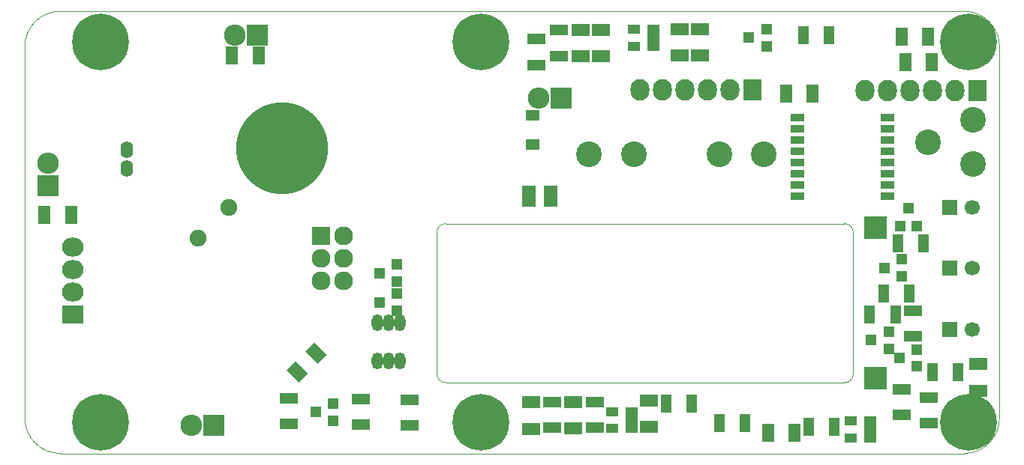
<source format=gts>
G04 #@! TF.FileFunction,Soldermask,Top*
%FSLAX46Y46*%
G04 Gerber Fmt 4.6, Leading zero omitted, Abs format (unit mm)*
G04 Created by KiCad (PCBNEW 4.0.4-stable) date 12/06/16 19:38:57*
%MOMM*%
%LPD*%
G01*
G04 APERTURE LIST*
%ADD10C,0.100000*%
%ADD11R,1.300000X2.100000*%
%ADD12C,2.900000*%
%ADD13C,1.700000*%
%ADD14R,1.700000X1.700000*%
%ADD15R,1.620000X1.310000*%
%ADD16C,6.400000*%
%ADD17C,4.400000*%
%ADD18C,10.400000*%
%ADD19R,2.127200X2.127200*%
%ADD20O,2.127200X2.127200*%
%ADD21R,2.432000X2.432000*%
%ADD22O,2.432000X2.432000*%
%ADD23R,2.432000X2.127200*%
%ADD24O,2.432000X2.127200*%
%ADD25R,2.127200X2.432000*%
%ADD26O,2.127200X2.432000*%
%ADD27C,2.899360*%
%ADD28O,1.299160X1.901140*%
%ADD29R,1.543000X0.908000*%
%ADD30C,1.901140*%
%ADD31O,1.400760X1.901140*%
%ADD32R,2.635200X2.635200*%
%ADD33R,1.400000X2.000000*%
%ADD34R,2.000000X1.400000*%
%ADD35R,1.540460X2.429460*%
%ADD36R,1.200100X1.200100*%
%ADD37R,2.100000X1.300000*%
%ADD38R,1.460000X1.050000*%
G04 APERTURE END LIST*
D10*
X110000000Y46000000D02*
G75*
G03X106000000Y50000000I-4000000J0D01*
G01*
X106000000Y0D02*
G75*
G03X110000000Y4000000I0J4000000D01*
G01*
X108000000Y3500000D02*
G75*
G03X108000000Y3500000I-1500000J0D01*
G01*
X108000000Y46500000D02*
G75*
G03X108000000Y46500000I-1500000J0D01*
G01*
X53000000Y46500000D02*
G75*
G03X53000000Y46500000I-1500000J0D01*
G01*
X53000000Y3500000D02*
G75*
G03X53000000Y3500000I-1500000J0D01*
G01*
X10000000Y46500000D02*
G75*
G03X10000000Y46500000I-1500000J0D01*
G01*
X10000000Y3500000D02*
G75*
G03X10000000Y3500000I-1500000J0D01*
G01*
X0Y4000000D02*
G75*
G03X4000000Y0I4000000J0D01*
G01*
X4000000Y50000000D02*
G75*
G03X0Y46000000I0J-4000000D01*
G01*
X4000000Y50000000D02*
X106000000Y50000000D01*
X106000000Y0D02*
X4000000Y0D01*
X47500000Y26000000D02*
G75*
G03X46500000Y25000000I0J-1000000D01*
G01*
X47500000Y26000000D02*
X92500000Y26000000D01*
X93500000Y25000000D02*
G75*
G03X92500000Y26000000I-1000000J0D01*
G01*
X93500000Y9000000D02*
X93500000Y25000000D01*
X92500000Y8000000D02*
G75*
G03X93500000Y9000000I0J1000000D01*
G01*
X92500000Y8000000D02*
X47500000Y8000000D01*
X46500000Y9000000D02*
G75*
G03X47500000Y8000000I1000000J0D01*
G01*
X46500000Y9000000D02*
X46500000Y25000000D01*
X0Y4000000D02*
X0Y46000000D01*
X110000000Y46000000D02*
X110000000Y4000000D01*
X33000000Y34500000D02*
G75*
G03X33000000Y34500000I-4000000J0D01*
G01*
D11*
X81250000Y3400000D03*
X78350000Y3400000D03*
D12*
X78400000Y33800000D03*
X83400000Y33800000D03*
X63700000Y33800000D03*
X68700000Y33800000D03*
D13*
X106900000Y21000000D03*
D14*
X104400000Y21000000D03*
D13*
X106900000Y14040000D03*
D14*
X104400000Y14040000D03*
D13*
X106900000Y27800000D03*
D14*
X104400000Y27800000D03*
D15*
X57300000Y34965000D03*
X57300000Y38235000D03*
D16*
X8500000Y3500000D03*
D17*
X8500000Y3500000D03*
D16*
X51500000Y3500000D03*
D17*
X51500000Y3500000D03*
D16*
X106500000Y3500000D03*
D17*
X106500000Y3500000D03*
D16*
X106500000Y46500000D03*
D17*
X106500000Y46500000D03*
D16*
X51500000Y46500000D03*
D17*
X51500000Y46500000D03*
D16*
X8500000Y46500000D03*
D17*
X8500000Y46500000D03*
D18*
X29000000Y34500000D03*
D19*
X33400000Y24640000D03*
D20*
X35940000Y24640000D03*
X33400000Y22100000D03*
X35940000Y22100000D03*
X33400000Y19560000D03*
X35940000Y19560000D03*
D21*
X26200000Y47300000D03*
D22*
X23660000Y47300000D03*
D21*
X2600000Y30260000D03*
D22*
X2600000Y32800000D03*
D21*
X21340000Y3200000D03*
D22*
X18800000Y3200000D03*
D23*
X5400000Y15720000D03*
D24*
X5400000Y18260000D03*
X5400000Y20800000D03*
X5400000Y23340000D03*
D21*
X60540000Y40200000D03*
D22*
X58000000Y40200000D03*
D25*
X107500000Y41000000D03*
D26*
X104960000Y41000000D03*
X102420000Y41000000D03*
X99880000Y41000000D03*
X97340000Y41000000D03*
X94800000Y41000000D03*
D25*
X82100000Y41100000D03*
D26*
X79560000Y41100000D03*
X77020000Y41100000D03*
X74480000Y41100000D03*
X71940000Y41100000D03*
X69400000Y41100000D03*
D27*
X101960640Y35199360D03*
X107000000Y37698720D03*
X107000000Y32700000D03*
D28*
X41030000Y10500000D03*
X39760000Y10500000D03*
X42300000Y10500000D03*
X41030000Y14800000D03*
X39760000Y14800000D03*
X42300000Y14800000D03*
D29*
X97380000Y29055000D03*
X97380000Y30325000D03*
X97380000Y31595000D03*
X97380000Y32865000D03*
X97380000Y34135000D03*
X97380000Y35405000D03*
X97380000Y36675000D03*
X97380000Y37945000D03*
X87220000Y37945000D03*
X87220000Y36675000D03*
X87220000Y35405000D03*
X87220000Y34135000D03*
X87220000Y32865000D03*
X87220000Y31595000D03*
X87220000Y30325000D03*
X87220000Y29055000D03*
D30*
X19573995Y24373995D03*
X23026005Y27826005D03*
D31*
X11500000Y32250980D03*
X11500000Y34349020D03*
D32*
X96000000Y25500000D03*
X96000000Y8500000D03*
D33*
X26400000Y45000000D03*
X23400000Y45000000D03*
X5200000Y27000000D03*
X2200000Y27000000D03*
D34*
X73900000Y45000000D03*
X73900000Y48000000D03*
X76200000Y45000000D03*
X76200000Y48000000D03*
X62700000Y44900000D03*
X62700000Y47900000D03*
X65000000Y44900000D03*
X65000000Y47900000D03*
X61900000Y2820000D03*
X61900000Y5820000D03*
X57100000Y2800000D03*
X57100000Y5800000D03*
X70400000Y3000000D03*
X70400000Y6000000D03*
D10*
G36*
X32648528Y12562742D02*
X34062742Y11148528D01*
X33072792Y10158578D01*
X31658578Y11572792D01*
X32648528Y12562742D01*
X32648528Y12562742D01*
G37*
G36*
X30527208Y10441422D02*
X31941422Y9027208D01*
X30951472Y8037258D01*
X29537258Y9451472D01*
X30527208Y10441422D01*
X30527208Y10441422D01*
G37*
D33*
X86900000Y2300000D03*
X83900000Y2300000D03*
D34*
X107600000Y10100000D03*
X107600000Y7100000D03*
D33*
X85900000Y40700000D03*
X88900000Y40700000D03*
X98970000Y47090000D03*
X101970000Y47090000D03*
X99360000Y44220000D03*
X102360000Y44220000D03*
D35*
X59303960Y29100000D03*
X56896040Y29100000D03*
D36*
X100700760Y9850000D03*
X100700760Y11750000D03*
X98701780Y10800000D03*
X97500000Y11850000D03*
X97500000Y13750000D03*
X95501020Y12800000D03*
X98800000Y25700000D03*
X100700000Y25700000D03*
X99750000Y27698980D03*
X99000760Y20050000D03*
X99000760Y21950000D03*
X97001780Y21000000D03*
X83700760Y46050000D03*
X83700760Y47950000D03*
X81701780Y47000000D03*
D37*
X57700000Y43950000D03*
X57700000Y46850000D03*
X60300000Y44950000D03*
X60300000Y47850000D03*
D11*
X72350000Y5600000D03*
X75250000Y5600000D03*
D37*
X64300000Y5850000D03*
X64300000Y2950000D03*
X59500000Y5850000D03*
X59500000Y2950000D03*
X29760000Y3370000D03*
X29760000Y6270000D03*
X37920000Y6180000D03*
X37920000Y3280000D03*
X43390000Y6050000D03*
X43390000Y3150000D03*
X100200000Y13250000D03*
X100200000Y16150000D03*
D11*
X95350000Y15700000D03*
X98250000Y15700000D03*
X101450000Y23800000D03*
X98550000Y23800000D03*
X96950000Y18100000D03*
X99850000Y18100000D03*
D37*
X102000000Y6350000D03*
X102000000Y3450000D03*
D11*
X91350000Y3000000D03*
X88450000Y3000000D03*
D37*
X99000000Y4350000D03*
X99000000Y7250000D03*
D11*
X105350000Y9200000D03*
X102450000Y9200000D03*
X90750000Y47300000D03*
X87850000Y47300000D03*
D38*
X70900000Y46050000D03*
X70900000Y47000000D03*
X70900000Y47950000D03*
X68700000Y47950000D03*
X68700000Y46050000D03*
X68500000Y2850000D03*
X68500000Y3800000D03*
X68500000Y4750000D03*
X66300000Y4750000D03*
X66300000Y2850000D03*
D36*
X42000760Y16150000D03*
X42000760Y18050000D03*
X40001780Y17100000D03*
X42000760Y19450000D03*
X42000760Y21350000D03*
X40001780Y20400000D03*
X34800760Y3730000D03*
X34800760Y5630000D03*
X32801780Y4680000D03*
D38*
X95400000Y1750000D03*
X95400000Y2700000D03*
X95400000Y3650000D03*
X93200000Y3650000D03*
X93200000Y1750000D03*
M02*

</source>
